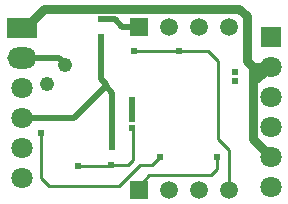
<source format=gbl>
G04 Layer: BottomLayer*
G04 EasyEDA v6.5.28, 2023-08-24 20:05:08*
G04 9c66aa1ce33b43c093e5003b3976a485,a91715704fb945b483ebfb4622a18937,10*
G04 Gerber Generator version 0.2*
G04 Scale: 100 percent, Rotated: No, Reflected: No *
G04 Dimensions in inches *
G04 leading zeros omitted , absolute positions ,3 integer and 6 decimal *
%FSLAX36Y36*%
%MOIN*%

%ADD10C,0.0300*%
%ADD11C,0.0200*%
%ADD12C,0.0100*%
%ADD13C,0.0709*%
%ADD14R,0.0709X0.0709*%
%ADD15R,0.0591X0.0591*%
%ADD16C,0.0591*%
%ADD17O,0.098425X0.070866*%
%ADD18R,0.0984X0.0709*%
%ADD19C,0.0240*%
%ADD20C,0.0480*%

%LPD*%
D10*
X1315000Y3275000D02*
G01*
X1315000Y3320000D01*
X1375000Y3320000D02*
G01*
X1315000Y3275000D01*
X1315000Y3080000D01*
X1375000Y3020000D01*
X545000Y3450000D02*
G01*
X555000Y3450000D01*
X620000Y3515000D01*
X1270000Y3515000D01*
X1295000Y3490000D01*
X1295000Y3340000D01*
X1315000Y3320000D01*
X1375000Y3320000D01*
D11*
X690000Y3328980D02*
G01*
X668980Y3350000D01*
X545000Y3350000D01*
X808299Y3480000D02*
G01*
X855100Y3479899D01*
X880000Y3455000D01*
X934899Y3455000D01*
X825299Y3256930D02*
G01*
X718369Y3150000D01*
X545000Y3150000D01*
X808258Y3420000D02*
G01*
X810000Y3418258D01*
X810000Y3280000D01*
X825299Y3264699D01*
X825299Y3256930D01*
X913000Y3210749D02*
G01*
X913000Y3147759D01*
X825299Y3256930D02*
G01*
X846760Y3235468D01*
X846760Y3055000D01*
D12*
X1070000Y3375000D02*
G01*
X1165000Y3375000D01*
X1200000Y3340000D01*
X1200000Y3080000D01*
X1235000Y3045000D01*
X1235000Y2910000D01*
X1195200Y3022500D02*
G01*
X1195000Y2980000D01*
X1175000Y2960000D01*
X970000Y2960000D01*
X935000Y2925000D01*
X935000Y2910000D01*
X841698Y2995000D02*
G01*
X900000Y2995000D01*
X915000Y3010000D01*
X915000Y3114259D01*
X913000Y3116260D01*
X733310Y2991500D02*
G01*
X838199Y2991500D01*
X841698Y2995000D01*
X920000Y3375000D02*
G01*
X1070000Y3375000D01*
X1006260Y3022500D02*
G01*
X978760Y2995000D01*
X940000Y2995000D01*
X870000Y2925000D01*
X635000Y2925000D01*
X610000Y2950000D01*
X610000Y3100000D01*
D13*
G01*
X1375000Y3320000D03*
G01*
X1375000Y3120000D03*
G01*
X1375000Y2920000D03*
G01*
X1375000Y3020000D03*
G01*
X1375000Y3220000D03*
D14*
G01*
X1375000Y3420000D03*
D15*
G01*
X934899Y3455000D03*
D16*
G01*
X1034899Y3455000D03*
G01*
X1134899Y3455000D03*
G01*
X1234899Y3455000D03*
D15*
G01*
X935000Y2910000D03*
D16*
G01*
X1035000Y2910000D03*
G01*
X1135000Y2910000D03*
G01*
X1235000Y2910000D03*
D17*
G01*
X545000Y3350000D03*
D13*
G01*
X545000Y3150000D03*
G01*
X545000Y2950000D03*
G01*
X545000Y3050000D03*
G01*
X545000Y3250000D03*
D18*
G01*
X545000Y3450000D03*
D19*
G01*
X920000Y3375000D03*
G01*
X1070000Y3375000D03*
G01*
X733310Y2991500D03*
G01*
X841700Y2995000D03*
G01*
X913000Y3116260D03*
G01*
X1006260Y3022500D03*
G01*
X1256999Y3305239D03*
G01*
X1256999Y3273739D03*
G01*
X1195240Y3022500D03*
G01*
X1195240Y3022500D03*
G01*
X825299Y3256930D03*
G01*
X846760Y3055000D03*
G01*
X913000Y3210749D03*
G01*
X913000Y3147759D03*
G01*
X808260Y3480000D03*
G01*
X808260Y3420000D03*
D20*
G01*
X630940Y3264839D03*
D19*
G01*
X610000Y3100000D03*
D20*
G01*
X690000Y3328980D03*
M02*

</source>
